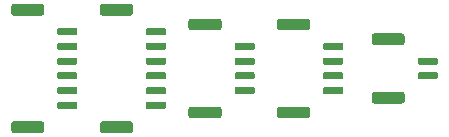
<source format=gtp>
G04 #@! TF.GenerationSoftware,KiCad,Pcbnew,(5.1.5)-3*
G04 #@! TF.CreationDate,2021-10-17T15:32:45-07:00*
G04 #@! TF.ProjectId,uav_gps_i2c_breakout,7561765f-6770-4735-9f69-32635f627265,rev?*
G04 #@! TF.SameCoordinates,Original*
G04 #@! TF.FileFunction,Paste,Top*
G04 #@! TF.FilePolarity,Positive*
%FSLAX46Y46*%
G04 Gerber Fmt 4.6, Leading zero omitted, Abs format (unit mm)*
G04 Created by KiCad (PCBNEW (5.1.5)-3) date 2021-10-17 15:32:45*
%MOMM*%
%LPD*%
G04 APERTURE LIST*
%ADD10C,0.100000*%
G04 APERTURE END LIST*
D10*
G36*
X186774504Y-69526204D02*
G01*
X186798773Y-69529804D01*
X186822571Y-69535765D01*
X186845671Y-69544030D01*
X186867849Y-69554520D01*
X186888893Y-69567133D01*
X186908598Y-69581747D01*
X186926777Y-69598223D01*
X186943253Y-69616402D01*
X186957867Y-69636107D01*
X186970480Y-69657151D01*
X186980970Y-69679329D01*
X186989235Y-69702429D01*
X186995196Y-69726227D01*
X186998796Y-69750496D01*
X187000000Y-69775000D01*
X187000000Y-70275000D01*
X186998796Y-70299504D01*
X186995196Y-70323773D01*
X186989235Y-70347571D01*
X186980970Y-70370671D01*
X186970480Y-70392849D01*
X186957867Y-70413893D01*
X186943253Y-70433598D01*
X186926777Y-70451777D01*
X186908598Y-70468253D01*
X186888893Y-70482867D01*
X186867849Y-70495480D01*
X186845671Y-70505970D01*
X186822571Y-70514235D01*
X186798773Y-70520196D01*
X186774504Y-70523796D01*
X186750000Y-70525000D01*
X184450000Y-70525000D01*
X184425496Y-70523796D01*
X184401227Y-70520196D01*
X184377429Y-70514235D01*
X184354329Y-70505970D01*
X184332151Y-70495480D01*
X184311107Y-70482867D01*
X184291402Y-70468253D01*
X184273223Y-70451777D01*
X184256747Y-70433598D01*
X184242133Y-70413893D01*
X184229520Y-70392849D01*
X184219030Y-70370671D01*
X184210765Y-70347571D01*
X184204804Y-70323773D01*
X184201204Y-70299504D01*
X184200000Y-70275000D01*
X184200000Y-69775000D01*
X184201204Y-69750496D01*
X184204804Y-69726227D01*
X184210765Y-69702429D01*
X184219030Y-69679329D01*
X184229520Y-69657151D01*
X184242133Y-69636107D01*
X184256747Y-69616402D01*
X184273223Y-69598223D01*
X184291402Y-69581747D01*
X184311107Y-69567133D01*
X184332151Y-69554520D01*
X184354329Y-69544030D01*
X184377429Y-69535765D01*
X184401227Y-69529804D01*
X184425496Y-69526204D01*
X184450000Y-69525000D01*
X186750000Y-69525000D01*
X186774504Y-69526204D01*
G37*
G36*
X186774504Y-79476204D02*
G01*
X186798773Y-79479804D01*
X186822571Y-79485765D01*
X186845671Y-79494030D01*
X186867849Y-79504520D01*
X186888893Y-79517133D01*
X186908598Y-79531747D01*
X186926777Y-79548223D01*
X186943253Y-79566402D01*
X186957867Y-79586107D01*
X186970480Y-79607151D01*
X186980970Y-79629329D01*
X186989235Y-79652429D01*
X186995196Y-79676227D01*
X186998796Y-79700496D01*
X187000000Y-79725000D01*
X187000000Y-80225000D01*
X186998796Y-80249504D01*
X186995196Y-80273773D01*
X186989235Y-80297571D01*
X186980970Y-80320671D01*
X186970480Y-80342849D01*
X186957867Y-80363893D01*
X186943253Y-80383598D01*
X186926777Y-80401777D01*
X186908598Y-80418253D01*
X186888893Y-80432867D01*
X186867849Y-80445480D01*
X186845671Y-80455970D01*
X186822571Y-80464235D01*
X186798773Y-80470196D01*
X186774504Y-80473796D01*
X186750000Y-80475000D01*
X184450000Y-80475000D01*
X184425496Y-80473796D01*
X184401227Y-80470196D01*
X184377429Y-80464235D01*
X184354329Y-80455970D01*
X184332151Y-80445480D01*
X184311107Y-80432867D01*
X184291402Y-80418253D01*
X184273223Y-80401777D01*
X184256747Y-80383598D01*
X184242133Y-80363893D01*
X184229520Y-80342849D01*
X184219030Y-80320671D01*
X184210765Y-80297571D01*
X184204804Y-80273773D01*
X184201204Y-80249504D01*
X184200000Y-80225000D01*
X184200000Y-79725000D01*
X184201204Y-79700496D01*
X184204804Y-79676227D01*
X184210765Y-79652429D01*
X184219030Y-79629329D01*
X184229520Y-79607151D01*
X184242133Y-79586107D01*
X184256747Y-79566402D01*
X184273223Y-79548223D01*
X184291402Y-79531747D01*
X184311107Y-79517133D01*
X184332151Y-79504520D01*
X184354329Y-79494030D01*
X184377429Y-79485765D01*
X184401227Y-79479804D01*
X184425496Y-79476204D01*
X184450000Y-79475000D01*
X186750000Y-79475000D01*
X186774504Y-79476204D01*
G37*
G36*
X189664703Y-71575722D02*
G01*
X189679264Y-71577882D01*
X189693543Y-71581459D01*
X189707403Y-71586418D01*
X189720710Y-71592712D01*
X189733336Y-71600280D01*
X189745159Y-71609048D01*
X189756066Y-71618934D01*
X189765952Y-71629841D01*
X189774720Y-71641664D01*
X189782288Y-71654290D01*
X189788582Y-71667597D01*
X189793541Y-71681457D01*
X189797118Y-71695736D01*
X189799278Y-71710297D01*
X189800000Y-71725000D01*
X189800000Y-72025000D01*
X189799278Y-72039703D01*
X189797118Y-72054264D01*
X189793541Y-72068543D01*
X189788582Y-72082403D01*
X189782288Y-72095710D01*
X189774720Y-72108336D01*
X189765952Y-72120159D01*
X189756066Y-72131066D01*
X189745159Y-72140952D01*
X189733336Y-72149720D01*
X189720710Y-72157288D01*
X189707403Y-72163582D01*
X189693543Y-72168541D01*
X189679264Y-72172118D01*
X189664703Y-72174278D01*
X189650000Y-72175000D01*
X188250000Y-72175000D01*
X188235297Y-72174278D01*
X188220736Y-72172118D01*
X188206457Y-72168541D01*
X188192597Y-72163582D01*
X188179290Y-72157288D01*
X188166664Y-72149720D01*
X188154841Y-72140952D01*
X188143934Y-72131066D01*
X188134048Y-72120159D01*
X188125280Y-72108336D01*
X188117712Y-72095710D01*
X188111418Y-72082403D01*
X188106459Y-72068543D01*
X188102882Y-72054264D01*
X188100722Y-72039703D01*
X188100000Y-72025000D01*
X188100000Y-71725000D01*
X188100722Y-71710297D01*
X188102882Y-71695736D01*
X188106459Y-71681457D01*
X188111418Y-71667597D01*
X188117712Y-71654290D01*
X188125280Y-71641664D01*
X188134048Y-71629841D01*
X188143934Y-71618934D01*
X188154841Y-71609048D01*
X188166664Y-71600280D01*
X188179290Y-71592712D01*
X188192597Y-71586418D01*
X188206457Y-71581459D01*
X188220736Y-71577882D01*
X188235297Y-71575722D01*
X188250000Y-71575000D01*
X189650000Y-71575000D01*
X189664703Y-71575722D01*
G37*
G36*
X189664703Y-72825722D02*
G01*
X189679264Y-72827882D01*
X189693543Y-72831459D01*
X189707403Y-72836418D01*
X189720710Y-72842712D01*
X189733336Y-72850280D01*
X189745159Y-72859048D01*
X189756066Y-72868934D01*
X189765952Y-72879841D01*
X189774720Y-72891664D01*
X189782288Y-72904290D01*
X189788582Y-72917597D01*
X189793541Y-72931457D01*
X189797118Y-72945736D01*
X189799278Y-72960297D01*
X189800000Y-72975000D01*
X189800000Y-73275000D01*
X189799278Y-73289703D01*
X189797118Y-73304264D01*
X189793541Y-73318543D01*
X189788582Y-73332403D01*
X189782288Y-73345710D01*
X189774720Y-73358336D01*
X189765952Y-73370159D01*
X189756066Y-73381066D01*
X189745159Y-73390952D01*
X189733336Y-73399720D01*
X189720710Y-73407288D01*
X189707403Y-73413582D01*
X189693543Y-73418541D01*
X189679264Y-73422118D01*
X189664703Y-73424278D01*
X189650000Y-73425000D01*
X188250000Y-73425000D01*
X188235297Y-73424278D01*
X188220736Y-73422118D01*
X188206457Y-73418541D01*
X188192597Y-73413582D01*
X188179290Y-73407288D01*
X188166664Y-73399720D01*
X188154841Y-73390952D01*
X188143934Y-73381066D01*
X188134048Y-73370159D01*
X188125280Y-73358336D01*
X188117712Y-73345710D01*
X188111418Y-73332403D01*
X188106459Y-73318543D01*
X188102882Y-73304264D01*
X188100722Y-73289703D01*
X188100000Y-73275000D01*
X188100000Y-72975000D01*
X188100722Y-72960297D01*
X188102882Y-72945736D01*
X188106459Y-72931457D01*
X188111418Y-72917597D01*
X188117712Y-72904290D01*
X188125280Y-72891664D01*
X188134048Y-72879841D01*
X188143934Y-72868934D01*
X188154841Y-72859048D01*
X188166664Y-72850280D01*
X188179290Y-72842712D01*
X188192597Y-72836418D01*
X188206457Y-72831459D01*
X188220736Y-72827882D01*
X188235297Y-72825722D01*
X188250000Y-72825000D01*
X189650000Y-72825000D01*
X189664703Y-72825722D01*
G37*
G36*
X189664703Y-74075722D02*
G01*
X189679264Y-74077882D01*
X189693543Y-74081459D01*
X189707403Y-74086418D01*
X189720710Y-74092712D01*
X189733336Y-74100280D01*
X189745159Y-74109048D01*
X189756066Y-74118934D01*
X189765952Y-74129841D01*
X189774720Y-74141664D01*
X189782288Y-74154290D01*
X189788582Y-74167597D01*
X189793541Y-74181457D01*
X189797118Y-74195736D01*
X189799278Y-74210297D01*
X189800000Y-74225000D01*
X189800000Y-74525000D01*
X189799278Y-74539703D01*
X189797118Y-74554264D01*
X189793541Y-74568543D01*
X189788582Y-74582403D01*
X189782288Y-74595710D01*
X189774720Y-74608336D01*
X189765952Y-74620159D01*
X189756066Y-74631066D01*
X189745159Y-74640952D01*
X189733336Y-74649720D01*
X189720710Y-74657288D01*
X189707403Y-74663582D01*
X189693543Y-74668541D01*
X189679264Y-74672118D01*
X189664703Y-74674278D01*
X189650000Y-74675000D01*
X188250000Y-74675000D01*
X188235297Y-74674278D01*
X188220736Y-74672118D01*
X188206457Y-74668541D01*
X188192597Y-74663582D01*
X188179290Y-74657288D01*
X188166664Y-74649720D01*
X188154841Y-74640952D01*
X188143934Y-74631066D01*
X188134048Y-74620159D01*
X188125280Y-74608336D01*
X188117712Y-74595710D01*
X188111418Y-74582403D01*
X188106459Y-74568543D01*
X188102882Y-74554264D01*
X188100722Y-74539703D01*
X188100000Y-74525000D01*
X188100000Y-74225000D01*
X188100722Y-74210297D01*
X188102882Y-74195736D01*
X188106459Y-74181457D01*
X188111418Y-74167597D01*
X188117712Y-74154290D01*
X188125280Y-74141664D01*
X188134048Y-74129841D01*
X188143934Y-74118934D01*
X188154841Y-74109048D01*
X188166664Y-74100280D01*
X188179290Y-74092712D01*
X188192597Y-74086418D01*
X188206457Y-74081459D01*
X188220736Y-74077882D01*
X188235297Y-74075722D01*
X188250000Y-74075000D01*
X189650000Y-74075000D01*
X189664703Y-74075722D01*
G37*
G36*
X189664703Y-75325722D02*
G01*
X189679264Y-75327882D01*
X189693543Y-75331459D01*
X189707403Y-75336418D01*
X189720710Y-75342712D01*
X189733336Y-75350280D01*
X189745159Y-75359048D01*
X189756066Y-75368934D01*
X189765952Y-75379841D01*
X189774720Y-75391664D01*
X189782288Y-75404290D01*
X189788582Y-75417597D01*
X189793541Y-75431457D01*
X189797118Y-75445736D01*
X189799278Y-75460297D01*
X189800000Y-75475000D01*
X189800000Y-75775000D01*
X189799278Y-75789703D01*
X189797118Y-75804264D01*
X189793541Y-75818543D01*
X189788582Y-75832403D01*
X189782288Y-75845710D01*
X189774720Y-75858336D01*
X189765952Y-75870159D01*
X189756066Y-75881066D01*
X189745159Y-75890952D01*
X189733336Y-75899720D01*
X189720710Y-75907288D01*
X189707403Y-75913582D01*
X189693543Y-75918541D01*
X189679264Y-75922118D01*
X189664703Y-75924278D01*
X189650000Y-75925000D01*
X188250000Y-75925000D01*
X188235297Y-75924278D01*
X188220736Y-75922118D01*
X188206457Y-75918541D01*
X188192597Y-75913582D01*
X188179290Y-75907288D01*
X188166664Y-75899720D01*
X188154841Y-75890952D01*
X188143934Y-75881066D01*
X188134048Y-75870159D01*
X188125280Y-75858336D01*
X188117712Y-75845710D01*
X188111418Y-75832403D01*
X188106459Y-75818543D01*
X188102882Y-75804264D01*
X188100722Y-75789703D01*
X188100000Y-75775000D01*
X188100000Y-75475000D01*
X188100722Y-75460297D01*
X188102882Y-75445736D01*
X188106459Y-75431457D01*
X188111418Y-75417597D01*
X188117712Y-75404290D01*
X188125280Y-75391664D01*
X188134048Y-75379841D01*
X188143934Y-75368934D01*
X188154841Y-75359048D01*
X188166664Y-75350280D01*
X188179290Y-75342712D01*
X188192597Y-75336418D01*
X188206457Y-75331459D01*
X188220736Y-75327882D01*
X188235297Y-75325722D01*
X188250000Y-75325000D01*
X189650000Y-75325000D01*
X189664703Y-75325722D01*
G37*
G36*
X189664703Y-76575722D02*
G01*
X189679264Y-76577882D01*
X189693543Y-76581459D01*
X189707403Y-76586418D01*
X189720710Y-76592712D01*
X189733336Y-76600280D01*
X189745159Y-76609048D01*
X189756066Y-76618934D01*
X189765952Y-76629841D01*
X189774720Y-76641664D01*
X189782288Y-76654290D01*
X189788582Y-76667597D01*
X189793541Y-76681457D01*
X189797118Y-76695736D01*
X189799278Y-76710297D01*
X189800000Y-76725000D01*
X189800000Y-77025000D01*
X189799278Y-77039703D01*
X189797118Y-77054264D01*
X189793541Y-77068543D01*
X189788582Y-77082403D01*
X189782288Y-77095710D01*
X189774720Y-77108336D01*
X189765952Y-77120159D01*
X189756066Y-77131066D01*
X189745159Y-77140952D01*
X189733336Y-77149720D01*
X189720710Y-77157288D01*
X189707403Y-77163582D01*
X189693543Y-77168541D01*
X189679264Y-77172118D01*
X189664703Y-77174278D01*
X189650000Y-77175000D01*
X188250000Y-77175000D01*
X188235297Y-77174278D01*
X188220736Y-77172118D01*
X188206457Y-77168541D01*
X188192597Y-77163582D01*
X188179290Y-77157288D01*
X188166664Y-77149720D01*
X188154841Y-77140952D01*
X188143934Y-77131066D01*
X188134048Y-77120159D01*
X188125280Y-77108336D01*
X188117712Y-77095710D01*
X188111418Y-77082403D01*
X188106459Y-77068543D01*
X188102882Y-77054264D01*
X188100722Y-77039703D01*
X188100000Y-77025000D01*
X188100000Y-76725000D01*
X188100722Y-76710297D01*
X188102882Y-76695736D01*
X188106459Y-76681457D01*
X188111418Y-76667597D01*
X188117712Y-76654290D01*
X188125280Y-76641664D01*
X188134048Y-76629841D01*
X188143934Y-76618934D01*
X188154841Y-76609048D01*
X188166664Y-76600280D01*
X188179290Y-76592712D01*
X188192597Y-76586418D01*
X188206457Y-76581459D01*
X188220736Y-76577882D01*
X188235297Y-76575722D01*
X188250000Y-76575000D01*
X189650000Y-76575000D01*
X189664703Y-76575722D01*
G37*
G36*
X189664703Y-77825722D02*
G01*
X189679264Y-77827882D01*
X189693543Y-77831459D01*
X189707403Y-77836418D01*
X189720710Y-77842712D01*
X189733336Y-77850280D01*
X189745159Y-77859048D01*
X189756066Y-77868934D01*
X189765952Y-77879841D01*
X189774720Y-77891664D01*
X189782288Y-77904290D01*
X189788582Y-77917597D01*
X189793541Y-77931457D01*
X189797118Y-77945736D01*
X189799278Y-77960297D01*
X189800000Y-77975000D01*
X189800000Y-78275000D01*
X189799278Y-78289703D01*
X189797118Y-78304264D01*
X189793541Y-78318543D01*
X189788582Y-78332403D01*
X189782288Y-78345710D01*
X189774720Y-78358336D01*
X189765952Y-78370159D01*
X189756066Y-78381066D01*
X189745159Y-78390952D01*
X189733336Y-78399720D01*
X189720710Y-78407288D01*
X189707403Y-78413582D01*
X189693543Y-78418541D01*
X189679264Y-78422118D01*
X189664703Y-78424278D01*
X189650000Y-78425000D01*
X188250000Y-78425000D01*
X188235297Y-78424278D01*
X188220736Y-78422118D01*
X188206457Y-78418541D01*
X188192597Y-78413582D01*
X188179290Y-78407288D01*
X188166664Y-78399720D01*
X188154841Y-78390952D01*
X188143934Y-78381066D01*
X188134048Y-78370159D01*
X188125280Y-78358336D01*
X188117712Y-78345710D01*
X188111418Y-78332403D01*
X188106459Y-78318543D01*
X188102882Y-78304264D01*
X188100722Y-78289703D01*
X188100000Y-78275000D01*
X188100000Y-77975000D01*
X188100722Y-77960297D01*
X188102882Y-77945736D01*
X188106459Y-77931457D01*
X188111418Y-77917597D01*
X188117712Y-77904290D01*
X188125280Y-77891664D01*
X188134048Y-77879841D01*
X188143934Y-77868934D01*
X188154841Y-77859048D01*
X188166664Y-77850280D01*
X188179290Y-77842712D01*
X188192597Y-77836418D01*
X188206457Y-77831459D01*
X188220736Y-77827882D01*
X188235297Y-77825722D01*
X188250000Y-77825000D01*
X189650000Y-77825000D01*
X189664703Y-77825722D01*
G37*
G36*
X179274504Y-69526204D02*
G01*
X179298773Y-69529804D01*
X179322571Y-69535765D01*
X179345671Y-69544030D01*
X179367849Y-69554520D01*
X179388893Y-69567133D01*
X179408598Y-69581747D01*
X179426777Y-69598223D01*
X179443253Y-69616402D01*
X179457867Y-69636107D01*
X179470480Y-69657151D01*
X179480970Y-69679329D01*
X179489235Y-69702429D01*
X179495196Y-69726227D01*
X179498796Y-69750496D01*
X179500000Y-69775000D01*
X179500000Y-70275000D01*
X179498796Y-70299504D01*
X179495196Y-70323773D01*
X179489235Y-70347571D01*
X179480970Y-70370671D01*
X179470480Y-70392849D01*
X179457867Y-70413893D01*
X179443253Y-70433598D01*
X179426777Y-70451777D01*
X179408598Y-70468253D01*
X179388893Y-70482867D01*
X179367849Y-70495480D01*
X179345671Y-70505970D01*
X179322571Y-70514235D01*
X179298773Y-70520196D01*
X179274504Y-70523796D01*
X179250000Y-70525000D01*
X176950000Y-70525000D01*
X176925496Y-70523796D01*
X176901227Y-70520196D01*
X176877429Y-70514235D01*
X176854329Y-70505970D01*
X176832151Y-70495480D01*
X176811107Y-70482867D01*
X176791402Y-70468253D01*
X176773223Y-70451777D01*
X176756747Y-70433598D01*
X176742133Y-70413893D01*
X176729520Y-70392849D01*
X176719030Y-70370671D01*
X176710765Y-70347571D01*
X176704804Y-70323773D01*
X176701204Y-70299504D01*
X176700000Y-70275000D01*
X176700000Y-69775000D01*
X176701204Y-69750496D01*
X176704804Y-69726227D01*
X176710765Y-69702429D01*
X176719030Y-69679329D01*
X176729520Y-69657151D01*
X176742133Y-69636107D01*
X176756747Y-69616402D01*
X176773223Y-69598223D01*
X176791402Y-69581747D01*
X176811107Y-69567133D01*
X176832151Y-69554520D01*
X176854329Y-69544030D01*
X176877429Y-69535765D01*
X176901227Y-69529804D01*
X176925496Y-69526204D01*
X176950000Y-69525000D01*
X179250000Y-69525000D01*
X179274504Y-69526204D01*
G37*
G36*
X179274504Y-79476204D02*
G01*
X179298773Y-79479804D01*
X179322571Y-79485765D01*
X179345671Y-79494030D01*
X179367849Y-79504520D01*
X179388893Y-79517133D01*
X179408598Y-79531747D01*
X179426777Y-79548223D01*
X179443253Y-79566402D01*
X179457867Y-79586107D01*
X179470480Y-79607151D01*
X179480970Y-79629329D01*
X179489235Y-79652429D01*
X179495196Y-79676227D01*
X179498796Y-79700496D01*
X179500000Y-79725000D01*
X179500000Y-80225000D01*
X179498796Y-80249504D01*
X179495196Y-80273773D01*
X179489235Y-80297571D01*
X179480970Y-80320671D01*
X179470480Y-80342849D01*
X179457867Y-80363893D01*
X179443253Y-80383598D01*
X179426777Y-80401777D01*
X179408598Y-80418253D01*
X179388893Y-80432867D01*
X179367849Y-80445480D01*
X179345671Y-80455970D01*
X179322571Y-80464235D01*
X179298773Y-80470196D01*
X179274504Y-80473796D01*
X179250000Y-80475000D01*
X176950000Y-80475000D01*
X176925496Y-80473796D01*
X176901227Y-80470196D01*
X176877429Y-80464235D01*
X176854329Y-80455970D01*
X176832151Y-80445480D01*
X176811107Y-80432867D01*
X176791402Y-80418253D01*
X176773223Y-80401777D01*
X176756747Y-80383598D01*
X176742133Y-80363893D01*
X176729520Y-80342849D01*
X176719030Y-80320671D01*
X176710765Y-80297571D01*
X176704804Y-80273773D01*
X176701204Y-80249504D01*
X176700000Y-80225000D01*
X176700000Y-79725000D01*
X176701204Y-79700496D01*
X176704804Y-79676227D01*
X176710765Y-79652429D01*
X176719030Y-79629329D01*
X176729520Y-79607151D01*
X176742133Y-79586107D01*
X176756747Y-79566402D01*
X176773223Y-79548223D01*
X176791402Y-79531747D01*
X176811107Y-79517133D01*
X176832151Y-79504520D01*
X176854329Y-79494030D01*
X176877429Y-79485765D01*
X176901227Y-79479804D01*
X176925496Y-79476204D01*
X176950000Y-79475000D01*
X179250000Y-79475000D01*
X179274504Y-79476204D01*
G37*
G36*
X182164703Y-71575722D02*
G01*
X182179264Y-71577882D01*
X182193543Y-71581459D01*
X182207403Y-71586418D01*
X182220710Y-71592712D01*
X182233336Y-71600280D01*
X182245159Y-71609048D01*
X182256066Y-71618934D01*
X182265952Y-71629841D01*
X182274720Y-71641664D01*
X182282288Y-71654290D01*
X182288582Y-71667597D01*
X182293541Y-71681457D01*
X182297118Y-71695736D01*
X182299278Y-71710297D01*
X182300000Y-71725000D01*
X182300000Y-72025000D01*
X182299278Y-72039703D01*
X182297118Y-72054264D01*
X182293541Y-72068543D01*
X182288582Y-72082403D01*
X182282288Y-72095710D01*
X182274720Y-72108336D01*
X182265952Y-72120159D01*
X182256066Y-72131066D01*
X182245159Y-72140952D01*
X182233336Y-72149720D01*
X182220710Y-72157288D01*
X182207403Y-72163582D01*
X182193543Y-72168541D01*
X182179264Y-72172118D01*
X182164703Y-72174278D01*
X182150000Y-72175000D01*
X180750000Y-72175000D01*
X180735297Y-72174278D01*
X180720736Y-72172118D01*
X180706457Y-72168541D01*
X180692597Y-72163582D01*
X180679290Y-72157288D01*
X180666664Y-72149720D01*
X180654841Y-72140952D01*
X180643934Y-72131066D01*
X180634048Y-72120159D01*
X180625280Y-72108336D01*
X180617712Y-72095710D01*
X180611418Y-72082403D01*
X180606459Y-72068543D01*
X180602882Y-72054264D01*
X180600722Y-72039703D01*
X180600000Y-72025000D01*
X180600000Y-71725000D01*
X180600722Y-71710297D01*
X180602882Y-71695736D01*
X180606459Y-71681457D01*
X180611418Y-71667597D01*
X180617712Y-71654290D01*
X180625280Y-71641664D01*
X180634048Y-71629841D01*
X180643934Y-71618934D01*
X180654841Y-71609048D01*
X180666664Y-71600280D01*
X180679290Y-71592712D01*
X180692597Y-71586418D01*
X180706457Y-71581459D01*
X180720736Y-71577882D01*
X180735297Y-71575722D01*
X180750000Y-71575000D01*
X182150000Y-71575000D01*
X182164703Y-71575722D01*
G37*
G36*
X182164703Y-72825722D02*
G01*
X182179264Y-72827882D01*
X182193543Y-72831459D01*
X182207403Y-72836418D01*
X182220710Y-72842712D01*
X182233336Y-72850280D01*
X182245159Y-72859048D01*
X182256066Y-72868934D01*
X182265952Y-72879841D01*
X182274720Y-72891664D01*
X182282288Y-72904290D01*
X182288582Y-72917597D01*
X182293541Y-72931457D01*
X182297118Y-72945736D01*
X182299278Y-72960297D01*
X182300000Y-72975000D01*
X182300000Y-73275000D01*
X182299278Y-73289703D01*
X182297118Y-73304264D01*
X182293541Y-73318543D01*
X182288582Y-73332403D01*
X182282288Y-73345710D01*
X182274720Y-73358336D01*
X182265952Y-73370159D01*
X182256066Y-73381066D01*
X182245159Y-73390952D01*
X182233336Y-73399720D01*
X182220710Y-73407288D01*
X182207403Y-73413582D01*
X182193543Y-73418541D01*
X182179264Y-73422118D01*
X182164703Y-73424278D01*
X182150000Y-73425000D01*
X180750000Y-73425000D01*
X180735297Y-73424278D01*
X180720736Y-73422118D01*
X180706457Y-73418541D01*
X180692597Y-73413582D01*
X180679290Y-73407288D01*
X180666664Y-73399720D01*
X180654841Y-73390952D01*
X180643934Y-73381066D01*
X180634048Y-73370159D01*
X180625280Y-73358336D01*
X180617712Y-73345710D01*
X180611418Y-73332403D01*
X180606459Y-73318543D01*
X180602882Y-73304264D01*
X180600722Y-73289703D01*
X180600000Y-73275000D01*
X180600000Y-72975000D01*
X180600722Y-72960297D01*
X180602882Y-72945736D01*
X180606459Y-72931457D01*
X180611418Y-72917597D01*
X180617712Y-72904290D01*
X180625280Y-72891664D01*
X180634048Y-72879841D01*
X180643934Y-72868934D01*
X180654841Y-72859048D01*
X180666664Y-72850280D01*
X180679290Y-72842712D01*
X180692597Y-72836418D01*
X180706457Y-72831459D01*
X180720736Y-72827882D01*
X180735297Y-72825722D01*
X180750000Y-72825000D01*
X182150000Y-72825000D01*
X182164703Y-72825722D01*
G37*
G36*
X182164703Y-74075722D02*
G01*
X182179264Y-74077882D01*
X182193543Y-74081459D01*
X182207403Y-74086418D01*
X182220710Y-74092712D01*
X182233336Y-74100280D01*
X182245159Y-74109048D01*
X182256066Y-74118934D01*
X182265952Y-74129841D01*
X182274720Y-74141664D01*
X182282288Y-74154290D01*
X182288582Y-74167597D01*
X182293541Y-74181457D01*
X182297118Y-74195736D01*
X182299278Y-74210297D01*
X182300000Y-74225000D01*
X182300000Y-74525000D01*
X182299278Y-74539703D01*
X182297118Y-74554264D01*
X182293541Y-74568543D01*
X182288582Y-74582403D01*
X182282288Y-74595710D01*
X182274720Y-74608336D01*
X182265952Y-74620159D01*
X182256066Y-74631066D01*
X182245159Y-74640952D01*
X182233336Y-74649720D01*
X182220710Y-74657288D01*
X182207403Y-74663582D01*
X182193543Y-74668541D01*
X182179264Y-74672118D01*
X182164703Y-74674278D01*
X182150000Y-74675000D01*
X180750000Y-74675000D01*
X180735297Y-74674278D01*
X180720736Y-74672118D01*
X180706457Y-74668541D01*
X180692597Y-74663582D01*
X180679290Y-74657288D01*
X180666664Y-74649720D01*
X180654841Y-74640952D01*
X180643934Y-74631066D01*
X180634048Y-74620159D01*
X180625280Y-74608336D01*
X180617712Y-74595710D01*
X180611418Y-74582403D01*
X180606459Y-74568543D01*
X180602882Y-74554264D01*
X180600722Y-74539703D01*
X180600000Y-74525000D01*
X180600000Y-74225000D01*
X180600722Y-74210297D01*
X180602882Y-74195736D01*
X180606459Y-74181457D01*
X180611418Y-74167597D01*
X180617712Y-74154290D01*
X180625280Y-74141664D01*
X180634048Y-74129841D01*
X180643934Y-74118934D01*
X180654841Y-74109048D01*
X180666664Y-74100280D01*
X180679290Y-74092712D01*
X180692597Y-74086418D01*
X180706457Y-74081459D01*
X180720736Y-74077882D01*
X180735297Y-74075722D01*
X180750000Y-74075000D01*
X182150000Y-74075000D01*
X182164703Y-74075722D01*
G37*
G36*
X182164703Y-75325722D02*
G01*
X182179264Y-75327882D01*
X182193543Y-75331459D01*
X182207403Y-75336418D01*
X182220710Y-75342712D01*
X182233336Y-75350280D01*
X182245159Y-75359048D01*
X182256066Y-75368934D01*
X182265952Y-75379841D01*
X182274720Y-75391664D01*
X182282288Y-75404290D01*
X182288582Y-75417597D01*
X182293541Y-75431457D01*
X182297118Y-75445736D01*
X182299278Y-75460297D01*
X182300000Y-75475000D01*
X182300000Y-75775000D01*
X182299278Y-75789703D01*
X182297118Y-75804264D01*
X182293541Y-75818543D01*
X182288582Y-75832403D01*
X182282288Y-75845710D01*
X182274720Y-75858336D01*
X182265952Y-75870159D01*
X182256066Y-75881066D01*
X182245159Y-75890952D01*
X182233336Y-75899720D01*
X182220710Y-75907288D01*
X182207403Y-75913582D01*
X182193543Y-75918541D01*
X182179264Y-75922118D01*
X182164703Y-75924278D01*
X182150000Y-75925000D01*
X180750000Y-75925000D01*
X180735297Y-75924278D01*
X180720736Y-75922118D01*
X180706457Y-75918541D01*
X180692597Y-75913582D01*
X180679290Y-75907288D01*
X180666664Y-75899720D01*
X180654841Y-75890952D01*
X180643934Y-75881066D01*
X180634048Y-75870159D01*
X180625280Y-75858336D01*
X180617712Y-75845710D01*
X180611418Y-75832403D01*
X180606459Y-75818543D01*
X180602882Y-75804264D01*
X180600722Y-75789703D01*
X180600000Y-75775000D01*
X180600000Y-75475000D01*
X180600722Y-75460297D01*
X180602882Y-75445736D01*
X180606459Y-75431457D01*
X180611418Y-75417597D01*
X180617712Y-75404290D01*
X180625280Y-75391664D01*
X180634048Y-75379841D01*
X180643934Y-75368934D01*
X180654841Y-75359048D01*
X180666664Y-75350280D01*
X180679290Y-75342712D01*
X180692597Y-75336418D01*
X180706457Y-75331459D01*
X180720736Y-75327882D01*
X180735297Y-75325722D01*
X180750000Y-75325000D01*
X182150000Y-75325000D01*
X182164703Y-75325722D01*
G37*
G36*
X182164703Y-76575722D02*
G01*
X182179264Y-76577882D01*
X182193543Y-76581459D01*
X182207403Y-76586418D01*
X182220710Y-76592712D01*
X182233336Y-76600280D01*
X182245159Y-76609048D01*
X182256066Y-76618934D01*
X182265952Y-76629841D01*
X182274720Y-76641664D01*
X182282288Y-76654290D01*
X182288582Y-76667597D01*
X182293541Y-76681457D01*
X182297118Y-76695736D01*
X182299278Y-76710297D01*
X182300000Y-76725000D01*
X182300000Y-77025000D01*
X182299278Y-77039703D01*
X182297118Y-77054264D01*
X182293541Y-77068543D01*
X182288582Y-77082403D01*
X182282288Y-77095710D01*
X182274720Y-77108336D01*
X182265952Y-77120159D01*
X182256066Y-77131066D01*
X182245159Y-77140952D01*
X182233336Y-77149720D01*
X182220710Y-77157288D01*
X182207403Y-77163582D01*
X182193543Y-77168541D01*
X182179264Y-77172118D01*
X182164703Y-77174278D01*
X182150000Y-77175000D01*
X180750000Y-77175000D01*
X180735297Y-77174278D01*
X180720736Y-77172118D01*
X180706457Y-77168541D01*
X180692597Y-77163582D01*
X180679290Y-77157288D01*
X180666664Y-77149720D01*
X180654841Y-77140952D01*
X180643934Y-77131066D01*
X180634048Y-77120159D01*
X180625280Y-77108336D01*
X180617712Y-77095710D01*
X180611418Y-77082403D01*
X180606459Y-77068543D01*
X180602882Y-77054264D01*
X180600722Y-77039703D01*
X180600000Y-77025000D01*
X180600000Y-76725000D01*
X180600722Y-76710297D01*
X180602882Y-76695736D01*
X180606459Y-76681457D01*
X180611418Y-76667597D01*
X180617712Y-76654290D01*
X180625280Y-76641664D01*
X180634048Y-76629841D01*
X180643934Y-76618934D01*
X180654841Y-76609048D01*
X180666664Y-76600280D01*
X180679290Y-76592712D01*
X180692597Y-76586418D01*
X180706457Y-76581459D01*
X180720736Y-76577882D01*
X180735297Y-76575722D01*
X180750000Y-76575000D01*
X182150000Y-76575000D01*
X182164703Y-76575722D01*
G37*
G36*
X182164703Y-77825722D02*
G01*
X182179264Y-77827882D01*
X182193543Y-77831459D01*
X182207403Y-77836418D01*
X182220710Y-77842712D01*
X182233336Y-77850280D01*
X182245159Y-77859048D01*
X182256066Y-77868934D01*
X182265952Y-77879841D01*
X182274720Y-77891664D01*
X182282288Y-77904290D01*
X182288582Y-77917597D01*
X182293541Y-77931457D01*
X182297118Y-77945736D01*
X182299278Y-77960297D01*
X182300000Y-77975000D01*
X182300000Y-78275000D01*
X182299278Y-78289703D01*
X182297118Y-78304264D01*
X182293541Y-78318543D01*
X182288582Y-78332403D01*
X182282288Y-78345710D01*
X182274720Y-78358336D01*
X182265952Y-78370159D01*
X182256066Y-78381066D01*
X182245159Y-78390952D01*
X182233336Y-78399720D01*
X182220710Y-78407288D01*
X182207403Y-78413582D01*
X182193543Y-78418541D01*
X182179264Y-78422118D01*
X182164703Y-78424278D01*
X182150000Y-78425000D01*
X180750000Y-78425000D01*
X180735297Y-78424278D01*
X180720736Y-78422118D01*
X180706457Y-78418541D01*
X180692597Y-78413582D01*
X180679290Y-78407288D01*
X180666664Y-78399720D01*
X180654841Y-78390952D01*
X180643934Y-78381066D01*
X180634048Y-78370159D01*
X180625280Y-78358336D01*
X180617712Y-78345710D01*
X180611418Y-78332403D01*
X180606459Y-78318543D01*
X180602882Y-78304264D01*
X180600722Y-78289703D01*
X180600000Y-78275000D01*
X180600000Y-77975000D01*
X180600722Y-77960297D01*
X180602882Y-77945736D01*
X180606459Y-77931457D01*
X180611418Y-77917597D01*
X180617712Y-77904290D01*
X180625280Y-77891664D01*
X180634048Y-77879841D01*
X180643934Y-77868934D01*
X180654841Y-77859048D01*
X180666664Y-77850280D01*
X180679290Y-77842712D01*
X180692597Y-77836418D01*
X180706457Y-77831459D01*
X180720736Y-77827882D01*
X180735297Y-77825722D01*
X180750000Y-77825000D01*
X182150000Y-77825000D01*
X182164703Y-77825722D01*
G37*
G36*
X201774504Y-70776204D02*
G01*
X201798773Y-70779804D01*
X201822571Y-70785765D01*
X201845671Y-70794030D01*
X201867849Y-70804520D01*
X201888893Y-70817133D01*
X201908598Y-70831747D01*
X201926777Y-70848223D01*
X201943253Y-70866402D01*
X201957867Y-70886107D01*
X201970480Y-70907151D01*
X201980970Y-70929329D01*
X201989235Y-70952429D01*
X201995196Y-70976227D01*
X201998796Y-71000496D01*
X202000000Y-71025000D01*
X202000000Y-71525000D01*
X201998796Y-71549504D01*
X201995196Y-71573773D01*
X201989235Y-71597571D01*
X201980970Y-71620671D01*
X201970480Y-71642849D01*
X201957867Y-71663893D01*
X201943253Y-71683598D01*
X201926777Y-71701777D01*
X201908598Y-71718253D01*
X201888893Y-71732867D01*
X201867849Y-71745480D01*
X201845671Y-71755970D01*
X201822571Y-71764235D01*
X201798773Y-71770196D01*
X201774504Y-71773796D01*
X201750000Y-71775000D01*
X199450000Y-71775000D01*
X199425496Y-71773796D01*
X199401227Y-71770196D01*
X199377429Y-71764235D01*
X199354329Y-71755970D01*
X199332151Y-71745480D01*
X199311107Y-71732867D01*
X199291402Y-71718253D01*
X199273223Y-71701777D01*
X199256747Y-71683598D01*
X199242133Y-71663893D01*
X199229520Y-71642849D01*
X199219030Y-71620671D01*
X199210765Y-71597571D01*
X199204804Y-71573773D01*
X199201204Y-71549504D01*
X199200000Y-71525000D01*
X199200000Y-71025000D01*
X199201204Y-71000496D01*
X199204804Y-70976227D01*
X199210765Y-70952429D01*
X199219030Y-70929329D01*
X199229520Y-70907151D01*
X199242133Y-70886107D01*
X199256747Y-70866402D01*
X199273223Y-70848223D01*
X199291402Y-70831747D01*
X199311107Y-70817133D01*
X199332151Y-70804520D01*
X199354329Y-70794030D01*
X199377429Y-70785765D01*
X199401227Y-70779804D01*
X199425496Y-70776204D01*
X199450000Y-70775000D01*
X201750000Y-70775000D01*
X201774504Y-70776204D01*
G37*
G36*
X201774504Y-78226204D02*
G01*
X201798773Y-78229804D01*
X201822571Y-78235765D01*
X201845671Y-78244030D01*
X201867849Y-78254520D01*
X201888893Y-78267133D01*
X201908598Y-78281747D01*
X201926777Y-78298223D01*
X201943253Y-78316402D01*
X201957867Y-78336107D01*
X201970480Y-78357151D01*
X201980970Y-78379329D01*
X201989235Y-78402429D01*
X201995196Y-78426227D01*
X201998796Y-78450496D01*
X202000000Y-78475000D01*
X202000000Y-78975000D01*
X201998796Y-78999504D01*
X201995196Y-79023773D01*
X201989235Y-79047571D01*
X201980970Y-79070671D01*
X201970480Y-79092849D01*
X201957867Y-79113893D01*
X201943253Y-79133598D01*
X201926777Y-79151777D01*
X201908598Y-79168253D01*
X201888893Y-79182867D01*
X201867849Y-79195480D01*
X201845671Y-79205970D01*
X201822571Y-79214235D01*
X201798773Y-79220196D01*
X201774504Y-79223796D01*
X201750000Y-79225000D01*
X199450000Y-79225000D01*
X199425496Y-79223796D01*
X199401227Y-79220196D01*
X199377429Y-79214235D01*
X199354329Y-79205970D01*
X199332151Y-79195480D01*
X199311107Y-79182867D01*
X199291402Y-79168253D01*
X199273223Y-79151777D01*
X199256747Y-79133598D01*
X199242133Y-79113893D01*
X199229520Y-79092849D01*
X199219030Y-79070671D01*
X199210765Y-79047571D01*
X199204804Y-79023773D01*
X199201204Y-78999504D01*
X199200000Y-78975000D01*
X199200000Y-78475000D01*
X199201204Y-78450496D01*
X199204804Y-78426227D01*
X199210765Y-78402429D01*
X199219030Y-78379329D01*
X199229520Y-78357151D01*
X199242133Y-78336107D01*
X199256747Y-78316402D01*
X199273223Y-78298223D01*
X199291402Y-78281747D01*
X199311107Y-78267133D01*
X199332151Y-78254520D01*
X199354329Y-78244030D01*
X199377429Y-78235765D01*
X199401227Y-78229804D01*
X199425496Y-78226204D01*
X199450000Y-78225000D01*
X201750000Y-78225000D01*
X201774504Y-78226204D01*
G37*
G36*
X204664703Y-72825722D02*
G01*
X204679264Y-72827882D01*
X204693543Y-72831459D01*
X204707403Y-72836418D01*
X204720710Y-72842712D01*
X204733336Y-72850280D01*
X204745159Y-72859048D01*
X204756066Y-72868934D01*
X204765952Y-72879841D01*
X204774720Y-72891664D01*
X204782288Y-72904290D01*
X204788582Y-72917597D01*
X204793541Y-72931457D01*
X204797118Y-72945736D01*
X204799278Y-72960297D01*
X204800000Y-72975000D01*
X204800000Y-73275000D01*
X204799278Y-73289703D01*
X204797118Y-73304264D01*
X204793541Y-73318543D01*
X204788582Y-73332403D01*
X204782288Y-73345710D01*
X204774720Y-73358336D01*
X204765952Y-73370159D01*
X204756066Y-73381066D01*
X204745159Y-73390952D01*
X204733336Y-73399720D01*
X204720710Y-73407288D01*
X204707403Y-73413582D01*
X204693543Y-73418541D01*
X204679264Y-73422118D01*
X204664703Y-73424278D01*
X204650000Y-73425000D01*
X203250000Y-73425000D01*
X203235297Y-73424278D01*
X203220736Y-73422118D01*
X203206457Y-73418541D01*
X203192597Y-73413582D01*
X203179290Y-73407288D01*
X203166664Y-73399720D01*
X203154841Y-73390952D01*
X203143934Y-73381066D01*
X203134048Y-73370159D01*
X203125280Y-73358336D01*
X203117712Y-73345710D01*
X203111418Y-73332403D01*
X203106459Y-73318543D01*
X203102882Y-73304264D01*
X203100722Y-73289703D01*
X203100000Y-73275000D01*
X203100000Y-72975000D01*
X203100722Y-72960297D01*
X203102882Y-72945736D01*
X203106459Y-72931457D01*
X203111418Y-72917597D01*
X203117712Y-72904290D01*
X203125280Y-72891664D01*
X203134048Y-72879841D01*
X203143934Y-72868934D01*
X203154841Y-72859048D01*
X203166664Y-72850280D01*
X203179290Y-72842712D01*
X203192597Y-72836418D01*
X203206457Y-72831459D01*
X203220736Y-72827882D01*
X203235297Y-72825722D01*
X203250000Y-72825000D01*
X204650000Y-72825000D01*
X204664703Y-72825722D01*
G37*
G36*
X204664703Y-74075722D02*
G01*
X204679264Y-74077882D01*
X204693543Y-74081459D01*
X204707403Y-74086418D01*
X204720710Y-74092712D01*
X204733336Y-74100280D01*
X204745159Y-74109048D01*
X204756066Y-74118934D01*
X204765952Y-74129841D01*
X204774720Y-74141664D01*
X204782288Y-74154290D01*
X204788582Y-74167597D01*
X204793541Y-74181457D01*
X204797118Y-74195736D01*
X204799278Y-74210297D01*
X204800000Y-74225000D01*
X204800000Y-74525000D01*
X204799278Y-74539703D01*
X204797118Y-74554264D01*
X204793541Y-74568543D01*
X204788582Y-74582403D01*
X204782288Y-74595710D01*
X204774720Y-74608336D01*
X204765952Y-74620159D01*
X204756066Y-74631066D01*
X204745159Y-74640952D01*
X204733336Y-74649720D01*
X204720710Y-74657288D01*
X204707403Y-74663582D01*
X204693543Y-74668541D01*
X204679264Y-74672118D01*
X204664703Y-74674278D01*
X204650000Y-74675000D01*
X203250000Y-74675000D01*
X203235297Y-74674278D01*
X203220736Y-74672118D01*
X203206457Y-74668541D01*
X203192597Y-74663582D01*
X203179290Y-74657288D01*
X203166664Y-74649720D01*
X203154841Y-74640952D01*
X203143934Y-74631066D01*
X203134048Y-74620159D01*
X203125280Y-74608336D01*
X203117712Y-74595710D01*
X203111418Y-74582403D01*
X203106459Y-74568543D01*
X203102882Y-74554264D01*
X203100722Y-74539703D01*
X203100000Y-74525000D01*
X203100000Y-74225000D01*
X203100722Y-74210297D01*
X203102882Y-74195736D01*
X203106459Y-74181457D01*
X203111418Y-74167597D01*
X203117712Y-74154290D01*
X203125280Y-74141664D01*
X203134048Y-74129841D01*
X203143934Y-74118934D01*
X203154841Y-74109048D01*
X203166664Y-74100280D01*
X203179290Y-74092712D01*
X203192597Y-74086418D01*
X203206457Y-74081459D01*
X203220736Y-74077882D01*
X203235297Y-74075722D01*
X203250000Y-74075000D01*
X204650000Y-74075000D01*
X204664703Y-74075722D01*
G37*
G36*
X204664703Y-75325722D02*
G01*
X204679264Y-75327882D01*
X204693543Y-75331459D01*
X204707403Y-75336418D01*
X204720710Y-75342712D01*
X204733336Y-75350280D01*
X204745159Y-75359048D01*
X204756066Y-75368934D01*
X204765952Y-75379841D01*
X204774720Y-75391664D01*
X204782288Y-75404290D01*
X204788582Y-75417597D01*
X204793541Y-75431457D01*
X204797118Y-75445736D01*
X204799278Y-75460297D01*
X204800000Y-75475000D01*
X204800000Y-75775000D01*
X204799278Y-75789703D01*
X204797118Y-75804264D01*
X204793541Y-75818543D01*
X204788582Y-75832403D01*
X204782288Y-75845710D01*
X204774720Y-75858336D01*
X204765952Y-75870159D01*
X204756066Y-75881066D01*
X204745159Y-75890952D01*
X204733336Y-75899720D01*
X204720710Y-75907288D01*
X204707403Y-75913582D01*
X204693543Y-75918541D01*
X204679264Y-75922118D01*
X204664703Y-75924278D01*
X204650000Y-75925000D01*
X203250000Y-75925000D01*
X203235297Y-75924278D01*
X203220736Y-75922118D01*
X203206457Y-75918541D01*
X203192597Y-75913582D01*
X203179290Y-75907288D01*
X203166664Y-75899720D01*
X203154841Y-75890952D01*
X203143934Y-75881066D01*
X203134048Y-75870159D01*
X203125280Y-75858336D01*
X203117712Y-75845710D01*
X203111418Y-75832403D01*
X203106459Y-75818543D01*
X203102882Y-75804264D01*
X203100722Y-75789703D01*
X203100000Y-75775000D01*
X203100000Y-75475000D01*
X203100722Y-75460297D01*
X203102882Y-75445736D01*
X203106459Y-75431457D01*
X203111418Y-75417597D01*
X203117712Y-75404290D01*
X203125280Y-75391664D01*
X203134048Y-75379841D01*
X203143934Y-75368934D01*
X203154841Y-75359048D01*
X203166664Y-75350280D01*
X203179290Y-75342712D01*
X203192597Y-75336418D01*
X203206457Y-75331459D01*
X203220736Y-75327882D01*
X203235297Y-75325722D01*
X203250000Y-75325000D01*
X204650000Y-75325000D01*
X204664703Y-75325722D01*
G37*
G36*
X204664703Y-76575722D02*
G01*
X204679264Y-76577882D01*
X204693543Y-76581459D01*
X204707403Y-76586418D01*
X204720710Y-76592712D01*
X204733336Y-76600280D01*
X204745159Y-76609048D01*
X204756066Y-76618934D01*
X204765952Y-76629841D01*
X204774720Y-76641664D01*
X204782288Y-76654290D01*
X204788582Y-76667597D01*
X204793541Y-76681457D01*
X204797118Y-76695736D01*
X204799278Y-76710297D01*
X204800000Y-76725000D01*
X204800000Y-77025000D01*
X204799278Y-77039703D01*
X204797118Y-77054264D01*
X204793541Y-77068543D01*
X204788582Y-77082403D01*
X204782288Y-77095710D01*
X204774720Y-77108336D01*
X204765952Y-77120159D01*
X204756066Y-77131066D01*
X204745159Y-77140952D01*
X204733336Y-77149720D01*
X204720710Y-77157288D01*
X204707403Y-77163582D01*
X204693543Y-77168541D01*
X204679264Y-77172118D01*
X204664703Y-77174278D01*
X204650000Y-77175000D01*
X203250000Y-77175000D01*
X203235297Y-77174278D01*
X203220736Y-77172118D01*
X203206457Y-77168541D01*
X203192597Y-77163582D01*
X203179290Y-77157288D01*
X203166664Y-77149720D01*
X203154841Y-77140952D01*
X203143934Y-77131066D01*
X203134048Y-77120159D01*
X203125280Y-77108336D01*
X203117712Y-77095710D01*
X203111418Y-77082403D01*
X203106459Y-77068543D01*
X203102882Y-77054264D01*
X203100722Y-77039703D01*
X203100000Y-77025000D01*
X203100000Y-76725000D01*
X203100722Y-76710297D01*
X203102882Y-76695736D01*
X203106459Y-76681457D01*
X203111418Y-76667597D01*
X203117712Y-76654290D01*
X203125280Y-76641664D01*
X203134048Y-76629841D01*
X203143934Y-76618934D01*
X203154841Y-76609048D01*
X203166664Y-76600280D01*
X203179290Y-76592712D01*
X203192597Y-76586418D01*
X203206457Y-76581459D01*
X203220736Y-76577882D01*
X203235297Y-76575722D01*
X203250000Y-76575000D01*
X204650000Y-76575000D01*
X204664703Y-76575722D01*
G37*
G36*
X194274504Y-70776204D02*
G01*
X194298773Y-70779804D01*
X194322571Y-70785765D01*
X194345671Y-70794030D01*
X194367849Y-70804520D01*
X194388893Y-70817133D01*
X194408598Y-70831747D01*
X194426777Y-70848223D01*
X194443253Y-70866402D01*
X194457867Y-70886107D01*
X194470480Y-70907151D01*
X194480970Y-70929329D01*
X194489235Y-70952429D01*
X194495196Y-70976227D01*
X194498796Y-71000496D01*
X194500000Y-71025000D01*
X194500000Y-71525000D01*
X194498796Y-71549504D01*
X194495196Y-71573773D01*
X194489235Y-71597571D01*
X194480970Y-71620671D01*
X194470480Y-71642849D01*
X194457867Y-71663893D01*
X194443253Y-71683598D01*
X194426777Y-71701777D01*
X194408598Y-71718253D01*
X194388893Y-71732867D01*
X194367849Y-71745480D01*
X194345671Y-71755970D01*
X194322571Y-71764235D01*
X194298773Y-71770196D01*
X194274504Y-71773796D01*
X194250000Y-71775000D01*
X191950000Y-71775000D01*
X191925496Y-71773796D01*
X191901227Y-71770196D01*
X191877429Y-71764235D01*
X191854329Y-71755970D01*
X191832151Y-71745480D01*
X191811107Y-71732867D01*
X191791402Y-71718253D01*
X191773223Y-71701777D01*
X191756747Y-71683598D01*
X191742133Y-71663893D01*
X191729520Y-71642849D01*
X191719030Y-71620671D01*
X191710765Y-71597571D01*
X191704804Y-71573773D01*
X191701204Y-71549504D01*
X191700000Y-71525000D01*
X191700000Y-71025000D01*
X191701204Y-71000496D01*
X191704804Y-70976227D01*
X191710765Y-70952429D01*
X191719030Y-70929329D01*
X191729520Y-70907151D01*
X191742133Y-70886107D01*
X191756747Y-70866402D01*
X191773223Y-70848223D01*
X191791402Y-70831747D01*
X191811107Y-70817133D01*
X191832151Y-70804520D01*
X191854329Y-70794030D01*
X191877429Y-70785765D01*
X191901227Y-70779804D01*
X191925496Y-70776204D01*
X191950000Y-70775000D01*
X194250000Y-70775000D01*
X194274504Y-70776204D01*
G37*
G36*
X194274504Y-78226204D02*
G01*
X194298773Y-78229804D01*
X194322571Y-78235765D01*
X194345671Y-78244030D01*
X194367849Y-78254520D01*
X194388893Y-78267133D01*
X194408598Y-78281747D01*
X194426777Y-78298223D01*
X194443253Y-78316402D01*
X194457867Y-78336107D01*
X194470480Y-78357151D01*
X194480970Y-78379329D01*
X194489235Y-78402429D01*
X194495196Y-78426227D01*
X194498796Y-78450496D01*
X194500000Y-78475000D01*
X194500000Y-78975000D01*
X194498796Y-78999504D01*
X194495196Y-79023773D01*
X194489235Y-79047571D01*
X194480970Y-79070671D01*
X194470480Y-79092849D01*
X194457867Y-79113893D01*
X194443253Y-79133598D01*
X194426777Y-79151777D01*
X194408598Y-79168253D01*
X194388893Y-79182867D01*
X194367849Y-79195480D01*
X194345671Y-79205970D01*
X194322571Y-79214235D01*
X194298773Y-79220196D01*
X194274504Y-79223796D01*
X194250000Y-79225000D01*
X191950000Y-79225000D01*
X191925496Y-79223796D01*
X191901227Y-79220196D01*
X191877429Y-79214235D01*
X191854329Y-79205970D01*
X191832151Y-79195480D01*
X191811107Y-79182867D01*
X191791402Y-79168253D01*
X191773223Y-79151777D01*
X191756747Y-79133598D01*
X191742133Y-79113893D01*
X191729520Y-79092849D01*
X191719030Y-79070671D01*
X191710765Y-79047571D01*
X191704804Y-79023773D01*
X191701204Y-78999504D01*
X191700000Y-78975000D01*
X191700000Y-78475000D01*
X191701204Y-78450496D01*
X191704804Y-78426227D01*
X191710765Y-78402429D01*
X191719030Y-78379329D01*
X191729520Y-78357151D01*
X191742133Y-78336107D01*
X191756747Y-78316402D01*
X191773223Y-78298223D01*
X191791402Y-78281747D01*
X191811107Y-78267133D01*
X191832151Y-78254520D01*
X191854329Y-78244030D01*
X191877429Y-78235765D01*
X191901227Y-78229804D01*
X191925496Y-78226204D01*
X191950000Y-78225000D01*
X194250000Y-78225000D01*
X194274504Y-78226204D01*
G37*
G36*
X197164703Y-72825722D02*
G01*
X197179264Y-72827882D01*
X197193543Y-72831459D01*
X197207403Y-72836418D01*
X197220710Y-72842712D01*
X197233336Y-72850280D01*
X197245159Y-72859048D01*
X197256066Y-72868934D01*
X197265952Y-72879841D01*
X197274720Y-72891664D01*
X197282288Y-72904290D01*
X197288582Y-72917597D01*
X197293541Y-72931457D01*
X197297118Y-72945736D01*
X197299278Y-72960297D01*
X197300000Y-72975000D01*
X197300000Y-73275000D01*
X197299278Y-73289703D01*
X197297118Y-73304264D01*
X197293541Y-73318543D01*
X197288582Y-73332403D01*
X197282288Y-73345710D01*
X197274720Y-73358336D01*
X197265952Y-73370159D01*
X197256066Y-73381066D01*
X197245159Y-73390952D01*
X197233336Y-73399720D01*
X197220710Y-73407288D01*
X197207403Y-73413582D01*
X197193543Y-73418541D01*
X197179264Y-73422118D01*
X197164703Y-73424278D01*
X197150000Y-73425000D01*
X195750000Y-73425000D01*
X195735297Y-73424278D01*
X195720736Y-73422118D01*
X195706457Y-73418541D01*
X195692597Y-73413582D01*
X195679290Y-73407288D01*
X195666664Y-73399720D01*
X195654841Y-73390952D01*
X195643934Y-73381066D01*
X195634048Y-73370159D01*
X195625280Y-73358336D01*
X195617712Y-73345710D01*
X195611418Y-73332403D01*
X195606459Y-73318543D01*
X195602882Y-73304264D01*
X195600722Y-73289703D01*
X195600000Y-73275000D01*
X195600000Y-72975000D01*
X195600722Y-72960297D01*
X195602882Y-72945736D01*
X195606459Y-72931457D01*
X195611418Y-72917597D01*
X195617712Y-72904290D01*
X195625280Y-72891664D01*
X195634048Y-72879841D01*
X195643934Y-72868934D01*
X195654841Y-72859048D01*
X195666664Y-72850280D01*
X195679290Y-72842712D01*
X195692597Y-72836418D01*
X195706457Y-72831459D01*
X195720736Y-72827882D01*
X195735297Y-72825722D01*
X195750000Y-72825000D01*
X197150000Y-72825000D01*
X197164703Y-72825722D01*
G37*
G36*
X197164703Y-74075722D02*
G01*
X197179264Y-74077882D01*
X197193543Y-74081459D01*
X197207403Y-74086418D01*
X197220710Y-74092712D01*
X197233336Y-74100280D01*
X197245159Y-74109048D01*
X197256066Y-74118934D01*
X197265952Y-74129841D01*
X197274720Y-74141664D01*
X197282288Y-74154290D01*
X197288582Y-74167597D01*
X197293541Y-74181457D01*
X197297118Y-74195736D01*
X197299278Y-74210297D01*
X197300000Y-74225000D01*
X197300000Y-74525000D01*
X197299278Y-74539703D01*
X197297118Y-74554264D01*
X197293541Y-74568543D01*
X197288582Y-74582403D01*
X197282288Y-74595710D01*
X197274720Y-74608336D01*
X197265952Y-74620159D01*
X197256066Y-74631066D01*
X197245159Y-74640952D01*
X197233336Y-74649720D01*
X197220710Y-74657288D01*
X197207403Y-74663582D01*
X197193543Y-74668541D01*
X197179264Y-74672118D01*
X197164703Y-74674278D01*
X197150000Y-74675000D01*
X195750000Y-74675000D01*
X195735297Y-74674278D01*
X195720736Y-74672118D01*
X195706457Y-74668541D01*
X195692597Y-74663582D01*
X195679290Y-74657288D01*
X195666664Y-74649720D01*
X195654841Y-74640952D01*
X195643934Y-74631066D01*
X195634048Y-74620159D01*
X195625280Y-74608336D01*
X195617712Y-74595710D01*
X195611418Y-74582403D01*
X195606459Y-74568543D01*
X195602882Y-74554264D01*
X195600722Y-74539703D01*
X195600000Y-74525000D01*
X195600000Y-74225000D01*
X195600722Y-74210297D01*
X195602882Y-74195736D01*
X195606459Y-74181457D01*
X195611418Y-74167597D01*
X195617712Y-74154290D01*
X195625280Y-74141664D01*
X195634048Y-74129841D01*
X195643934Y-74118934D01*
X195654841Y-74109048D01*
X195666664Y-74100280D01*
X195679290Y-74092712D01*
X195692597Y-74086418D01*
X195706457Y-74081459D01*
X195720736Y-74077882D01*
X195735297Y-74075722D01*
X195750000Y-74075000D01*
X197150000Y-74075000D01*
X197164703Y-74075722D01*
G37*
G36*
X197164703Y-75325722D02*
G01*
X197179264Y-75327882D01*
X197193543Y-75331459D01*
X197207403Y-75336418D01*
X197220710Y-75342712D01*
X197233336Y-75350280D01*
X197245159Y-75359048D01*
X197256066Y-75368934D01*
X197265952Y-75379841D01*
X197274720Y-75391664D01*
X197282288Y-75404290D01*
X197288582Y-75417597D01*
X197293541Y-75431457D01*
X197297118Y-75445736D01*
X197299278Y-75460297D01*
X197300000Y-75475000D01*
X197300000Y-75775000D01*
X197299278Y-75789703D01*
X197297118Y-75804264D01*
X197293541Y-75818543D01*
X197288582Y-75832403D01*
X197282288Y-75845710D01*
X197274720Y-75858336D01*
X197265952Y-75870159D01*
X197256066Y-75881066D01*
X197245159Y-75890952D01*
X197233336Y-75899720D01*
X197220710Y-75907288D01*
X197207403Y-75913582D01*
X197193543Y-75918541D01*
X197179264Y-75922118D01*
X197164703Y-75924278D01*
X197150000Y-75925000D01*
X195750000Y-75925000D01*
X195735297Y-75924278D01*
X195720736Y-75922118D01*
X195706457Y-75918541D01*
X195692597Y-75913582D01*
X195679290Y-75907288D01*
X195666664Y-75899720D01*
X195654841Y-75890952D01*
X195643934Y-75881066D01*
X195634048Y-75870159D01*
X195625280Y-75858336D01*
X195617712Y-75845710D01*
X195611418Y-75832403D01*
X195606459Y-75818543D01*
X195602882Y-75804264D01*
X195600722Y-75789703D01*
X195600000Y-75775000D01*
X195600000Y-75475000D01*
X195600722Y-75460297D01*
X195602882Y-75445736D01*
X195606459Y-75431457D01*
X195611418Y-75417597D01*
X195617712Y-75404290D01*
X195625280Y-75391664D01*
X195634048Y-75379841D01*
X195643934Y-75368934D01*
X195654841Y-75359048D01*
X195666664Y-75350280D01*
X195679290Y-75342712D01*
X195692597Y-75336418D01*
X195706457Y-75331459D01*
X195720736Y-75327882D01*
X195735297Y-75325722D01*
X195750000Y-75325000D01*
X197150000Y-75325000D01*
X197164703Y-75325722D01*
G37*
G36*
X197164703Y-76575722D02*
G01*
X197179264Y-76577882D01*
X197193543Y-76581459D01*
X197207403Y-76586418D01*
X197220710Y-76592712D01*
X197233336Y-76600280D01*
X197245159Y-76609048D01*
X197256066Y-76618934D01*
X197265952Y-76629841D01*
X197274720Y-76641664D01*
X197282288Y-76654290D01*
X197288582Y-76667597D01*
X197293541Y-76681457D01*
X197297118Y-76695736D01*
X197299278Y-76710297D01*
X197300000Y-76725000D01*
X197300000Y-77025000D01*
X197299278Y-77039703D01*
X197297118Y-77054264D01*
X197293541Y-77068543D01*
X197288582Y-77082403D01*
X197282288Y-77095710D01*
X197274720Y-77108336D01*
X197265952Y-77120159D01*
X197256066Y-77131066D01*
X197245159Y-77140952D01*
X197233336Y-77149720D01*
X197220710Y-77157288D01*
X197207403Y-77163582D01*
X197193543Y-77168541D01*
X197179264Y-77172118D01*
X197164703Y-77174278D01*
X197150000Y-77175000D01*
X195750000Y-77175000D01*
X195735297Y-77174278D01*
X195720736Y-77172118D01*
X195706457Y-77168541D01*
X195692597Y-77163582D01*
X195679290Y-77157288D01*
X195666664Y-77149720D01*
X195654841Y-77140952D01*
X195643934Y-77131066D01*
X195634048Y-77120159D01*
X195625280Y-77108336D01*
X195617712Y-77095710D01*
X195611418Y-77082403D01*
X195606459Y-77068543D01*
X195602882Y-77054264D01*
X195600722Y-77039703D01*
X195600000Y-77025000D01*
X195600000Y-76725000D01*
X195600722Y-76710297D01*
X195602882Y-76695736D01*
X195606459Y-76681457D01*
X195611418Y-76667597D01*
X195617712Y-76654290D01*
X195625280Y-76641664D01*
X195634048Y-76629841D01*
X195643934Y-76618934D01*
X195654841Y-76609048D01*
X195666664Y-76600280D01*
X195679290Y-76592712D01*
X195692597Y-76586418D01*
X195706457Y-76581459D01*
X195720736Y-76577882D01*
X195735297Y-76575722D01*
X195750000Y-76575000D01*
X197150000Y-76575000D01*
X197164703Y-76575722D01*
G37*
G36*
X209774504Y-72026204D02*
G01*
X209798773Y-72029804D01*
X209822571Y-72035765D01*
X209845671Y-72044030D01*
X209867849Y-72054520D01*
X209888893Y-72067133D01*
X209908598Y-72081747D01*
X209926777Y-72098223D01*
X209943253Y-72116402D01*
X209957867Y-72136107D01*
X209970480Y-72157151D01*
X209980970Y-72179329D01*
X209989235Y-72202429D01*
X209995196Y-72226227D01*
X209998796Y-72250496D01*
X210000000Y-72275000D01*
X210000000Y-72775000D01*
X209998796Y-72799504D01*
X209995196Y-72823773D01*
X209989235Y-72847571D01*
X209980970Y-72870671D01*
X209970480Y-72892849D01*
X209957867Y-72913893D01*
X209943253Y-72933598D01*
X209926777Y-72951777D01*
X209908598Y-72968253D01*
X209888893Y-72982867D01*
X209867849Y-72995480D01*
X209845671Y-73005970D01*
X209822571Y-73014235D01*
X209798773Y-73020196D01*
X209774504Y-73023796D01*
X209750000Y-73025000D01*
X207450000Y-73025000D01*
X207425496Y-73023796D01*
X207401227Y-73020196D01*
X207377429Y-73014235D01*
X207354329Y-73005970D01*
X207332151Y-72995480D01*
X207311107Y-72982867D01*
X207291402Y-72968253D01*
X207273223Y-72951777D01*
X207256747Y-72933598D01*
X207242133Y-72913893D01*
X207229520Y-72892849D01*
X207219030Y-72870671D01*
X207210765Y-72847571D01*
X207204804Y-72823773D01*
X207201204Y-72799504D01*
X207200000Y-72775000D01*
X207200000Y-72275000D01*
X207201204Y-72250496D01*
X207204804Y-72226227D01*
X207210765Y-72202429D01*
X207219030Y-72179329D01*
X207229520Y-72157151D01*
X207242133Y-72136107D01*
X207256747Y-72116402D01*
X207273223Y-72098223D01*
X207291402Y-72081747D01*
X207311107Y-72067133D01*
X207332151Y-72054520D01*
X207354329Y-72044030D01*
X207377429Y-72035765D01*
X207401227Y-72029804D01*
X207425496Y-72026204D01*
X207450000Y-72025000D01*
X209750000Y-72025000D01*
X209774504Y-72026204D01*
G37*
G36*
X209774504Y-76976204D02*
G01*
X209798773Y-76979804D01*
X209822571Y-76985765D01*
X209845671Y-76994030D01*
X209867849Y-77004520D01*
X209888893Y-77017133D01*
X209908598Y-77031747D01*
X209926777Y-77048223D01*
X209943253Y-77066402D01*
X209957867Y-77086107D01*
X209970480Y-77107151D01*
X209980970Y-77129329D01*
X209989235Y-77152429D01*
X209995196Y-77176227D01*
X209998796Y-77200496D01*
X210000000Y-77225000D01*
X210000000Y-77725000D01*
X209998796Y-77749504D01*
X209995196Y-77773773D01*
X209989235Y-77797571D01*
X209980970Y-77820671D01*
X209970480Y-77842849D01*
X209957867Y-77863893D01*
X209943253Y-77883598D01*
X209926777Y-77901777D01*
X209908598Y-77918253D01*
X209888893Y-77932867D01*
X209867849Y-77945480D01*
X209845671Y-77955970D01*
X209822571Y-77964235D01*
X209798773Y-77970196D01*
X209774504Y-77973796D01*
X209750000Y-77975000D01*
X207450000Y-77975000D01*
X207425496Y-77973796D01*
X207401227Y-77970196D01*
X207377429Y-77964235D01*
X207354329Y-77955970D01*
X207332151Y-77945480D01*
X207311107Y-77932867D01*
X207291402Y-77918253D01*
X207273223Y-77901777D01*
X207256747Y-77883598D01*
X207242133Y-77863893D01*
X207229520Y-77842849D01*
X207219030Y-77820671D01*
X207210765Y-77797571D01*
X207204804Y-77773773D01*
X207201204Y-77749504D01*
X207200000Y-77725000D01*
X207200000Y-77225000D01*
X207201204Y-77200496D01*
X207204804Y-77176227D01*
X207210765Y-77152429D01*
X207219030Y-77129329D01*
X207229520Y-77107151D01*
X207242133Y-77086107D01*
X207256747Y-77066402D01*
X207273223Y-77048223D01*
X207291402Y-77031747D01*
X207311107Y-77017133D01*
X207332151Y-77004520D01*
X207354329Y-76994030D01*
X207377429Y-76985765D01*
X207401227Y-76979804D01*
X207425496Y-76976204D01*
X207450000Y-76975000D01*
X209750000Y-76975000D01*
X209774504Y-76976204D01*
G37*
G36*
X212664703Y-74075722D02*
G01*
X212679264Y-74077882D01*
X212693543Y-74081459D01*
X212707403Y-74086418D01*
X212720710Y-74092712D01*
X212733336Y-74100280D01*
X212745159Y-74109048D01*
X212756066Y-74118934D01*
X212765952Y-74129841D01*
X212774720Y-74141664D01*
X212782288Y-74154290D01*
X212788582Y-74167597D01*
X212793541Y-74181457D01*
X212797118Y-74195736D01*
X212799278Y-74210297D01*
X212800000Y-74225000D01*
X212800000Y-74525000D01*
X212799278Y-74539703D01*
X212797118Y-74554264D01*
X212793541Y-74568543D01*
X212788582Y-74582403D01*
X212782288Y-74595710D01*
X212774720Y-74608336D01*
X212765952Y-74620159D01*
X212756066Y-74631066D01*
X212745159Y-74640952D01*
X212733336Y-74649720D01*
X212720710Y-74657288D01*
X212707403Y-74663582D01*
X212693543Y-74668541D01*
X212679264Y-74672118D01*
X212664703Y-74674278D01*
X212650000Y-74675000D01*
X211250000Y-74675000D01*
X211235297Y-74674278D01*
X211220736Y-74672118D01*
X211206457Y-74668541D01*
X211192597Y-74663582D01*
X211179290Y-74657288D01*
X211166664Y-74649720D01*
X211154841Y-74640952D01*
X211143934Y-74631066D01*
X211134048Y-74620159D01*
X211125280Y-74608336D01*
X211117712Y-74595710D01*
X211111418Y-74582403D01*
X211106459Y-74568543D01*
X211102882Y-74554264D01*
X211100722Y-74539703D01*
X211100000Y-74525000D01*
X211100000Y-74225000D01*
X211100722Y-74210297D01*
X211102882Y-74195736D01*
X211106459Y-74181457D01*
X211111418Y-74167597D01*
X211117712Y-74154290D01*
X211125280Y-74141664D01*
X211134048Y-74129841D01*
X211143934Y-74118934D01*
X211154841Y-74109048D01*
X211166664Y-74100280D01*
X211179290Y-74092712D01*
X211192597Y-74086418D01*
X211206457Y-74081459D01*
X211220736Y-74077882D01*
X211235297Y-74075722D01*
X211250000Y-74075000D01*
X212650000Y-74075000D01*
X212664703Y-74075722D01*
G37*
G36*
X212664703Y-75325722D02*
G01*
X212679264Y-75327882D01*
X212693543Y-75331459D01*
X212707403Y-75336418D01*
X212720710Y-75342712D01*
X212733336Y-75350280D01*
X212745159Y-75359048D01*
X212756066Y-75368934D01*
X212765952Y-75379841D01*
X212774720Y-75391664D01*
X212782288Y-75404290D01*
X212788582Y-75417597D01*
X212793541Y-75431457D01*
X212797118Y-75445736D01*
X212799278Y-75460297D01*
X212800000Y-75475000D01*
X212800000Y-75775000D01*
X212799278Y-75789703D01*
X212797118Y-75804264D01*
X212793541Y-75818543D01*
X212788582Y-75832403D01*
X212782288Y-75845710D01*
X212774720Y-75858336D01*
X212765952Y-75870159D01*
X212756066Y-75881066D01*
X212745159Y-75890952D01*
X212733336Y-75899720D01*
X212720710Y-75907288D01*
X212707403Y-75913582D01*
X212693543Y-75918541D01*
X212679264Y-75922118D01*
X212664703Y-75924278D01*
X212650000Y-75925000D01*
X211250000Y-75925000D01*
X211235297Y-75924278D01*
X211220736Y-75922118D01*
X211206457Y-75918541D01*
X211192597Y-75913582D01*
X211179290Y-75907288D01*
X211166664Y-75899720D01*
X211154841Y-75890952D01*
X211143934Y-75881066D01*
X211134048Y-75870159D01*
X211125280Y-75858336D01*
X211117712Y-75845710D01*
X211111418Y-75832403D01*
X211106459Y-75818543D01*
X211102882Y-75804264D01*
X211100722Y-75789703D01*
X211100000Y-75775000D01*
X211100000Y-75475000D01*
X211100722Y-75460297D01*
X211102882Y-75445736D01*
X211106459Y-75431457D01*
X211111418Y-75417597D01*
X211117712Y-75404290D01*
X211125280Y-75391664D01*
X211134048Y-75379841D01*
X211143934Y-75368934D01*
X211154841Y-75359048D01*
X211166664Y-75350280D01*
X211179290Y-75342712D01*
X211192597Y-75336418D01*
X211206457Y-75331459D01*
X211220736Y-75327882D01*
X211235297Y-75325722D01*
X211250000Y-75325000D01*
X212650000Y-75325000D01*
X212664703Y-75325722D01*
G37*
M02*

</source>
